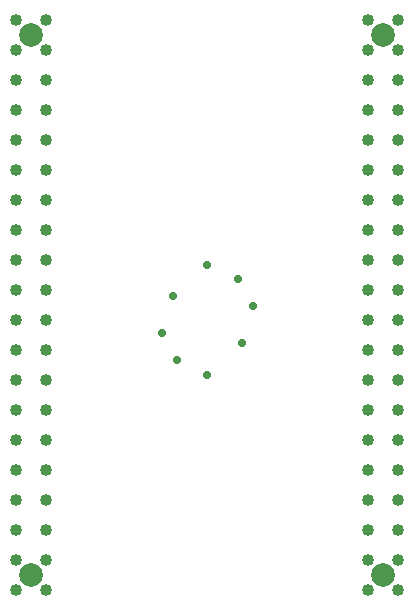
<source format=gbr>
%TF.GenerationSoftware,KiCad,Pcbnew,8.0.5*%
%TF.CreationDate,2024-10-21T17:20:50+02:00*%
%TF.ProjectId,breakout-tt02-cob,62726561-6b6f-4757-942d-747430322d63,2.2b*%
%TF.SameCoordinates,PX2dc6c00PY42c1d80*%
%TF.FileFunction,Soldermask,Bot*%
%TF.FilePolarity,Negative*%
%FSLAX46Y46*%
G04 Gerber Fmt 4.6, Leading zero omitted, Abs format (unit mm)*
G04 Created by KiCad (PCBNEW 8.0.5) date 2024-10-21 17:20:50*
%MOMM*%
%LPD*%
G01*
G04 APERTURE LIST*
%ADD10C,1.020000*%
%ADD11C,2.000000*%
%ADD12C,0.700000*%
G04 APERTURE END LIST*
D10*
%TO.C,CON2*%
X38670000Y50380000D03*
X36130000Y50380000D03*
D11*
X37400000Y49110000D03*
D10*
X38670000Y47840000D03*
X36130000Y47840000D03*
X38670000Y45300000D03*
X36130000Y45300000D03*
X38670000Y42760000D03*
X36130000Y42760000D03*
X38670000Y40220000D03*
X36130000Y40220000D03*
X38670000Y37680000D03*
X36130000Y37680000D03*
X38670000Y35140000D03*
X36130000Y35140000D03*
X38670000Y32600000D03*
X36130000Y32600000D03*
X38670000Y30060000D03*
X36130000Y30060000D03*
X38670000Y27520000D03*
X36130000Y27520000D03*
X38670000Y24980000D03*
X36130000Y24980000D03*
X38670000Y22440000D03*
X36130000Y22440000D03*
X38670000Y19900000D03*
X36130000Y19900000D03*
X38670000Y17360000D03*
X36130000Y17360000D03*
X38670000Y14820000D03*
X36130000Y14820000D03*
X38670000Y12280000D03*
X36130000Y12280000D03*
X38670000Y9740000D03*
X36130000Y9740000D03*
X38670000Y7200000D03*
X36130000Y7200000D03*
X38670000Y4660000D03*
X36130000Y4660000D03*
D11*
X37400000Y3390000D03*
D10*
X38670000Y2120000D03*
X36130000Y2120000D03*
%TD*%
D12*
%TO.C,U1*%
X19600000Y27050000D03*
X19936000Y21636000D03*
X25164000Y28464000D03*
X25500000Y23050000D03*
X18700000Y23875000D03*
X22550000Y29700000D03*
X22550000Y20400000D03*
X26400000Y26225000D03*
%TD*%
D10*
%TO.C,CON1*%
X8870000Y50380000D03*
X6330000Y50380000D03*
D11*
X7600000Y49110000D03*
D10*
X8870000Y47840000D03*
X6330000Y47840000D03*
X8870000Y45300000D03*
X6330000Y45300000D03*
X8870000Y42760000D03*
X6330000Y42760000D03*
X8870000Y40220000D03*
X6330000Y40220000D03*
X8870000Y37680000D03*
X6330000Y37680000D03*
X8870000Y35140000D03*
X6330000Y35140000D03*
X8870000Y32600000D03*
X6330000Y32600000D03*
X8870000Y30060000D03*
X6330000Y30060000D03*
X8870000Y27520000D03*
X6330000Y27520000D03*
X8870000Y24980000D03*
X6330000Y24980000D03*
X8870000Y22440000D03*
X6330000Y22440000D03*
X8870000Y19900000D03*
X6330000Y19900000D03*
X8870000Y17360000D03*
X6330000Y17360000D03*
X8870000Y14820000D03*
X6330000Y14820000D03*
X8870000Y12280000D03*
X6330000Y12280000D03*
X8870000Y9740000D03*
X6330000Y9740000D03*
X8870000Y7200000D03*
X6330000Y7200000D03*
X8870000Y4660000D03*
X6330000Y4660000D03*
D11*
X7600000Y3390000D03*
D10*
X8870000Y2120000D03*
X6330000Y2120000D03*
%TD*%
M02*

</source>
